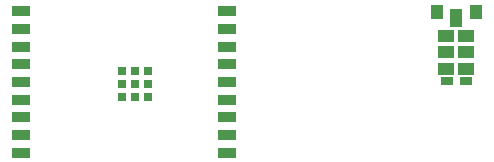
<source format=gbr>
%TF.GenerationSoftware,KiCad,Pcbnew,9.0.0*%
%TF.CreationDate,2025-04-09T12:13:31+05:30*%
%TF.ProjectId,iot-waterpump,696f742d-7761-4746-9572-70756d702e6b,rev?*%
%TF.SameCoordinates,Original*%
%TF.FileFunction,Paste,Top*%
%TF.FilePolarity,Positive*%
%FSLAX46Y46*%
G04 Gerber Fmt 4.6, Leading zero omitted, Abs format (unit mm)*
G04 Created by KiCad (PCBNEW 9.0.0) date 2025-04-09 12:13:31*
%MOMM*%
%LPD*%
G01*
G04 APERTURE LIST*
%ADD10R,1.000000X0.650000*%
%ADD11R,1.000000X1.500000*%
%ADD12R,1.100000X1.300000*%
%ADD13R,1.400000X1.070000*%
%ADD14R,1.500000X0.900000*%
%ADD15R,0.700000X0.700000*%
G04 APERTURE END LIST*
D10*
%TO.C,M1*%
X229950000Y-119520000D03*
D11*
X229150000Y-114145000D03*
D10*
X228350000Y-119520000D03*
D12*
X230800000Y-113645000D03*
X227500000Y-113645000D03*
D13*
X230000000Y-118500000D03*
X230000000Y-117090000D03*
X230000000Y-115680000D03*
X228300000Y-118500000D03*
X228300000Y-117090000D03*
X228300000Y-115680000D03*
%TD*%
D14*
%TO.C,U1*%
X209750000Y-113600000D03*
X209750000Y-115100000D03*
X209750000Y-116600000D03*
X209750000Y-118100000D03*
X209750000Y-119600000D03*
X209750000Y-121100000D03*
X209750000Y-122600000D03*
X209750000Y-124100000D03*
X209750000Y-125600000D03*
X192250000Y-125600000D03*
X192250000Y-124100000D03*
X192250000Y-122600000D03*
X192250000Y-121100000D03*
X192250000Y-119600000D03*
X192250000Y-118100000D03*
X192250000Y-116600000D03*
X192250000Y-115100000D03*
X192250000Y-113600000D03*
D15*
X203060000Y-120900000D03*
X203060000Y-119800000D03*
X203060000Y-118700000D03*
X201960000Y-120900000D03*
X201960000Y-119800000D03*
X201960000Y-118700000D03*
X200860000Y-120900000D03*
X200860000Y-119800000D03*
X200860000Y-118700000D03*
%TD*%
M02*

</source>
